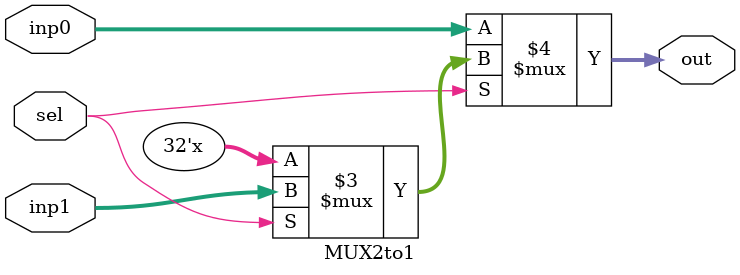
<source format=v>
module MUX2to1(inp0, inp1, sel, out);
	input [31:0] inp0, inp1;
	input sel;
	output [31:0] out;
	assign out = sel == 1'b0 ? inp0 :
		     sel == 1'b1 ? inp1 : 32'bx;
endmodule
</source>
